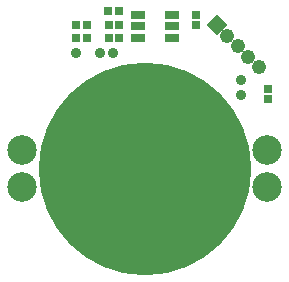
<source format=gbs>
G04 Layer_Color=16711935*
%FSLAX25Y25*%
%MOIN*%
G70*
G01*
G75*
%ADD30C,0.04761*%
G04:AMPARAMS|DCode=31|XSize=47.59mil|YSize=47.61mil|CornerRadius=0mil|HoleSize=0mil|Usage=FLASHONLY|Rotation=315.000|XOffset=0mil|YOffset=0mil|HoleType=Round|Shape=Rectangle|*
%AMROTATEDRECTD31*
4,1,4,-0.03366,-0.00001,0.00001,0.03366,0.03366,0.00001,-0.00001,-0.03366,-0.03366,-0.00001,0.0*
%
%ADD31ROTATEDRECTD31*%

%ADD32C,0.09855*%
%ADD33C,0.03500*%
%ADD34R,0.03162X0.02965*%
%ADD35R,0.05131X0.03162*%
%ADD36R,0.02965X0.03162*%
%ADD37R,0.02769X0.03162*%
%ADD38C,0.70879*%
D30*
X27536Y34464D02*
D03*
X38142Y23858D02*
D03*
X31071Y30929D02*
D03*
X34607Y27393D02*
D03*
D31*
X24000Y38000D02*
D03*
D32*
X-40945Y-3701D02*
D03*
Y-15905D02*
D03*
X40945Y-3701D02*
D03*
Y-15905D02*
D03*
D33*
X-15000Y28500D02*
D03*
X-10500D02*
D03*
X32000Y14500D02*
D03*
Y19500D02*
D03*
X-23000Y28500D02*
D03*
D34*
X-8653Y38000D02*
D03*
X-12000D02*
D03*
X-8653Y33500D02*
D03*
X-12000D02*
D03*
X-22673Y38000D02*
D03*
X-19327D02*
D03*
D35*
X-2012Y33760D02*
D03*
Y41240D02*
D03*
Y37500D02*
D03*
X9012D02*
D03*
Y33760D02*
D03*
Y41240D02*
D03*
D36*
X41000Y13327D02*
D03*
Y16673D02*
D03*
X17000Y41173D02*
D03*
Y37827D02*
D03*
D37*
X-22968Y33500D02*
D03*
X-19031D02*
D03*
X-12295Y42500D02*
D03*
X-8358D02*
D03*
D38*
X0Y-10000D02*
D03*
M02*

</source>
